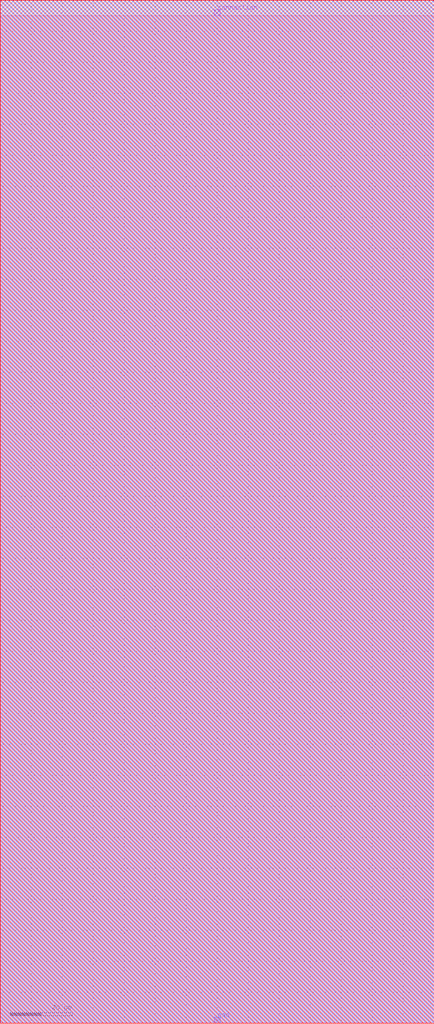
<source format=lef>
VERSION 5.7 ;
BUSBITCHARS "[]" ;
DIVIDERCHAR "/" ;

MACRO interconnect
  CLASS COVER BUMP ;
  SIZE 40 BY 40 ;
  ORIGIN 0 0 ;
  PIN pin
    DIRECTION INOUT ;
    USE SIGNAL ;
    PORT
      LAYER met9 ;
        RECT 0 0 40 40 ;
    END
  END pin
  PIN pad
    DIRECTION INOUT ;
    USE SIGNAL ;
    PORT
      CLASS BUMP ;
      LAYER met10 ;
        RECT 0 0 40 40 ;
    END
  END pad
END interconnect

MACRO pinhole_325px_met1
  CLASS PAD ;
  ORIGIN 0 0 ;
  FOREIGN pinhole_325px_met1 ;
  SIZE 140 BY 325 ;
  SYMMETRY X Y R90 ;
  PIN connection
    DIRECTION INOUT ;
    USE SIGNAL ;
    PORT
      LAYER met1 ;
        RECT 69 325 71 327 ;
    END
  END connection
  PIN pad
    DIRECTION INOUT ;
    USE SIGNAL ;
    PORT
      LAYER met10 ;
        RECT 69 0 71 2 ;
    END
  END pad
  OBS
    LAYER met1 ;
      RECT 0 0 140 330 ;
    LAYER met2 ;
      RECT 0 0 140 330 ;
    LAYER met3 ;
      RECT 0 0 140 330 ;
    LAYER met4 ;
      RECT 0 0 140 330 ;
  END
END pinhole_325px_met1
MACRO pinhole_325px_met2
  CLASS PAD ;
  ORIGIN 0 0 ;
  FOREIGN pinhole_325px_met2 ;
  SIZE 140 BY 330 ;
  SYMMETRY X Y R90 ;
  PIN connection
    DIRECTION INOUT ;
    USE SIGNAL ;
    PORT
      LAYER met2 ;
        RECT 69 325 71 327 ;
    END
  END connection
  PIN pad
    DIRECTION INOUT ;
    USE SIGNAL ;
    PORT
      LAYER met10 ;
        RECT 69 0 71 2 ;
    END
  END pad
  OBS
    LAYER met1 ;
      RECT 0 0 140 330 ;
    LAYER met2 ;
      RECT 0 0 140 330 ;
    LAYER met3 ;
      RECT 0 0 140 330 ;
    LAYER met4 ;
      RECT 0 0 140 330 ;
    LAYER met5 ;
      RECT 0 0 140 330 ;
  END
END pinhole_325px_met2
MACRO pinhole_325px_met3
  CLASS PAD ;
  ORIGIN 0 0 ;
  FOREIGN pinhole_325px_met3 ;
  SIZE 330 BY 140 ;
  SYMMETRY X Y R90 ;
  PIN connection
    DIRECTION INOUT ;
    USE SIGNAL ;
    PORT
      LAYER met3 ;
        RECT 0 69 2 71 ;
    END
  END connection
  PIN pad
    DIRECTION INOUT ;
    USE SIGNAL ;
    PORT
      LAYER met10 ;
        RECT 320 69 325 71 ;
    END
  END pad
  OBS
    LAYER met1 ;
      RECT 10 0 320 140 ;
    LAYER met2 ;
      RECT 10 0 320 140 ;
    LAYER met3 ;
      RECT 10 0 320 140 ;
    LAYER met4 ;
      RECT 10 0 320 140 ;
    LAYER met5 ;
      RECT 10 0 320 140 ;
    LAYER met6 ;
      RECT 10 0 320 140 ;
  END
END pinhole_325px_met3
MACRO pinhole_325px_met4
  CLASS PAD ;
  ORIGIN 0 0 ;
  FOREIGN pinhole_325px_met4 ;
  SIZE 140 BY 330 ;
  SYMMETRY X Y R90 ;
  PIN connection
    DIRECTION INOUT ;
    USE SIGNAL ;
    PORT
      LAYER met4 ;
        RECT 69 325 71 327 ;
    END
  END connection
  PIN pad
    DIRECTION INOUT ;
    USE SIGNAL ;
    PORT
      LAYER met10 ;
        RECT 69 0 71 2 ;
    END
  END pad
  OBS
    LAYER met1 ;
      RECT 0 0 140 330 ;
    LAYER met2 ;
      RECT 0 0 140 330 ;
    LAYER met3 ;
      RECT 0 0 140 330 ;
    LAYER met4 ;
      RECT 0 0 140 330 ;
    LAYER met5 ;
      RECT 0 0 140 330 ;
    LAYER met6 ;
      RECT 0 0 140 330 ;
    LAYER met7 ;
      RECT 0 0 140 330 ;
  END
END pinhole_325px_met4
MACRO pinhole_325px_met5
  CLASS PAD ;
  ORIGIN 0 0 ;
  FOREIGN pinhole_325px_met5 ;
  SIZE 140 BY 330 ;
  SYMMETRY X Y R90 ;
  PIN connection
    DIRECTION INOUT ;
    USE SIGNAL ;
    PORT
      LAYER met5 ;
        RECT 69 325 71 327 ;
    END
  END connection
  PIN pad
    DIRECTION INOUT ;
    USE SIGNAL ;
    PORT
      LAYER met10 ;
        RECT 69 0 71 2 ;
    END
  END pad
  OBS
    LAYER met2 ;
      RECT 0 0 140 330 ;
    LAYER met3 ;
      RECT 0 0 140 330 ;
    LAYER met4 ;
      RECT 0 0 140 330 ;
    LAYER met5 ;
      RECT 0 0 140 330 ;
    LAYER met6 ;
      RECT 0 0 140 330 ;
    LAYER met7 ;
      RECT 0 0 140 330 ;
    LAYER met8 ;
      RECT 0 0 140 330 ;
  END
END pinhole_325px_met5
MACRO pinhole_325px_met6
  CLASS PAD ;
  ORIGIN 0 0 ;
  FOREIGN pinhole_325px_met6 ;
  SIZE 140 BY 330 ;
  SYMMETRY X Y R90 ;
  PIN connection
    DIRECTION INOUT ;
    USE SIGNAL ;
    PORT
      LAYER met6 ;
        RECT 69 325 71 327 ;
    END
  END connection
  PIN pad
    DIRECTION INOUT ;
    USE SIGNAL ;
    PORT
      LAYER met10 ;
        RECT 69 0 71 2 ;
    END
  END pad
  OBS
    LAYER met3 ;
      RECT 0 0 140 330 ;
    LAYER met4 ;
      RECT 0 0 140 330 ;
    LAYER met5 ;
      RECT 0 0 140 330 ;
    LAYER met6 ;
      RECT 0 0 140 330 ;
    LAYER met7 ;
      RECT 0 0 140 330 ;
    LAYER met8 ;
      RECT 0 0 140 330 ;
    LAYER met9 ;
      RECT 0 0 140 330 ;
  END
END pinhole_325px_met6
MACRO pinhole_325px_met7
  CLASS PAD ;
  ORIGIN 0 0 ;
  FOREIGN pinhole_325px_met7 ;
  SIZE 140 BY 330 ;
  SYMMETRY X Y R90 ;
  PIN connection
    DIRECTION INOUT ;
    USE SIGNAL ;
    PORT
      LAYER met7 ;
        RECT 69 325 71 327 ;
    END
  END connection
  PIN pad
    DIRECTION INOUT ;
    USE SIGNAL ;
    PORT
      LAYER met10 ;
        RECT 69 0 71 2 ;
    END
  END pad
  OBS
    LAYER met4 ;
      RECT 0 0 140 330 ;
    LAYER met5 ;
      RECT 0 0 140 330 ;
    LAYER met6 ;
      RECT 0 0 140 330 ;
    LAYER met7 ;
      RECT 0 0 140 330 ;
    LAYER met8 ;
      RECT 0 0 140 330 ;
    LAYER met9 ;
      RECT 0 0 140 330 ;
    LAYER met10 ;
      RECT 0 0 140 330 ;
  END
END pinhole_325px_met7
MACRO pinhole_325px_met8
  CLASS PAD ;
  ORIGIN 0 0 ;
  FOREIGN pinhole_325px_met8 ;
  SIZE 140 BY 330 ;
  SYMMETRY X Y R90 ;
  PIN connection
    DIRECTION INOUT ;
    USE SIGNAL ;
    PORT
      LAYER met8 ;
        RECT 69 325 71 327 ;
    END
  END connection
  PIN pad
    DIRECTION INOUT ;
    USE SIGNAL ;
    PORT
      LAYER met10 ;
        RECT 69 0 71 2 ;
    END
  END pad
  OBS
    LAYER met5 ;
      RECT 0 0 140 330 ;
    LAYER met6 ;
      RECT 0 0 140 330 ;
    LAYER met7 ;
      RECT 0 0 140 330 ;
    LAYER met8 ;
      RECT 0 0 140 330 ;
    LAYER met9 ;
      RECT 0 0 140 330 ;
    LAYER met10 ;
      RECT 0 0 140 330 ;
  END
END pinhole_325px_met8
MACRO pinhole_325px_met9
  CLASS PAD ;
  ORIGIN 0 0 ;
  FOREIGN pinhole_325px_met9 ;
  SIZE 140 BY 330 ;
  SYMMETRY X Y R90 ;
  PIN connection
    DIRECTION INOUT ;
    USE SIGNAL ;
    PORT
      LAYER met9 ;
        RECT 69 325 71 327 ;
    END
  END connection
  PIN pad
    DIRECTION INOUT ;
    USE SIGNAL ;
    PORT
      LAYER met10 ;
        RECT 69 0 71 2 ;
    END
  END pad
  OBS
    LAYER met6 ;
      RECT 0 0 140 330 ;
    LAYER met7 ;
      RECT 0 0 140 330 ;
    LAYER met8 ;
      RECT 0 0 140 330 ;
    LAYER met9 ;
      RECT 0 0 140 330 ;
    LAYER met10 ;
      RECT 0 0 140 330 ;
  END
END pinhole_325px_met9

MACRO pinhole_325px_met10
  CLASS PAD ;
  ORIGIN 0 0 ;
  FOREIGN pinhole_325px_met10 ;
  SIZE 140 BY 330 ;
  SYMMETRY X Y R90 ;
  PIN connection
    DIRECTION INOUT ;
    USE SIGNAL ;
    PORT
      LAYER met10 ;
        RECT 69 325 71 327 ;
    END
  END connection
  PIN pad
    DIRECTION INOUT ;
    USE SIGNAL ;
    PORT
      LAYER met10 ;
        RECT 69 0 71 2 ;
    END
  END pad
  OBS
    LAYER met7 ;
      RECT 0 0 140 330 ;
    LAYER met8 ;
      RECT 0 0 140 330 ;
    LAYER met9 ;
      RECT 0 0 140 330 ;
    LAYER met10 ;
      RECT 0 0 140 330 ;
  END
END pinhole_325px_met10

</source>
